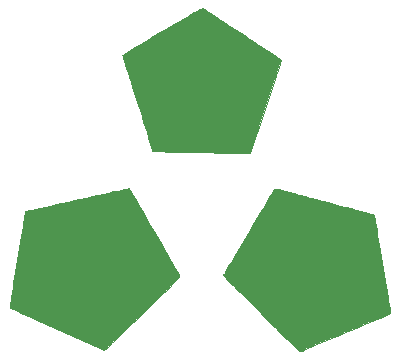
<source format=gbr>
G04 #@! TF.GenerationSoftware,KiCad,Pcbnew,5.1.2*
G04 #@! TF.CreationDate,2019-07-05T19:56:43-05:00*
G04 #@! TF.ProjectId,ZoraSapphire,5a6f7261-5361-4707-9068-6972652e6b69,rev?*
G04 #@! TF.SameCoordinates,Original*
G04 #@! TF.FileFunction,Soldermask,Top*
G04 #@! TF.FilePolarity,Negative*
%FSLAX46Y46*%
G04 Gerber Fmt 4.6, Leading zero omitted, Abs format (unit mm)*
G04 Created by KiCad (PCBNEW 5.1.2) date 2019-07-05 19:56:43*
%MOMM*%
%LPD*%
G04 APERTURE LIST*
%ADD10C,0.010000*%
G04 APERTURE END LIST*
D10*
G36*
X158126578Y-95205091D02*
G01*
X158243771Y-95233671D01*
X158429540Y-95280643D01*
X158677280Y-95344258D01*
X158980386Y-95422767D01*
X159332251Y-95514420D01*
X159726272Y-95617466D01*
X160155841Y-95730156D01*
X160614354Y-95850740D01*
X161095206Y-95977469D01*
X161591790Y-96108592D01*
X162097502Y-96242360D01*
X162605736Y-96377023D01*
X163109886Y-96510832D01*
X163603347Y-96642035D01*
X164079514Y-96768884D01*
X164531781Y-96889629D01*
X164953543Y-97002519D01*
X165338194Y-97105806D01*
X165679129Y-97197739D01*
X165969742Y-97276569D01*
X166203428Y-97340545D01*
X166373582Y-97387918D01*
X166473598Y-97416938D01*
X166498553Y-97425552D01*
X166509399Y-97469953D01*
X166532585Y-97590930D01*
X166566978Y-97781626D01*
X166611448Y-98035186D01*
X166664863Y-98344754D01*
X166726090Y-98703473D01*
X166793998Y-99104488D01*
X166867455Y-99540944D01*
X166945330Y-100005983D01*
X167026490Y-100492751D01*
X167109804Y-100994392D01*
X167194141Y-101504049D01*
X167278367Y-102014867D01*
X167361353Y-102519989D01*
X167441965Y-103012561D01*
X167519073Y-103485725D01*
X167591544Y-103932627D01*
X167658246Y-104346410D01*
X167718048Y-104720219D01*
X167769819Y-105047197D01*
X167812425Y-105320489D01*
X167844736Y-105533238D01*
X167865620Y-105678590D01*
X167873945Y-105749688D01*
X167873693Y-105755751D01*
X167832060Y-105775305D01*
X167718848Y-105824777D01*
X167540517Y-105901451D01*
X167303530Y-106002609D01*
X167014347Y-106125535D01*
X166679430Y-106267513D01*
X166305239Y-106425826D01*
X165898236Y-106597757D01*
X165464881Y-106780590D01*
X165011637Y-106971609D01*
X164544964Y-107168097D01*
X164071324Y-107367337D01*
X163597177Y-107566613D01*
X163128984Y-107763208D01*
X162673208Y-107954406D01*
X162236308Y-108137491D01*
X161824747Y-108309745D01*
X161444985Y-108468452D01*
X161103483Y-108610895D01*
X160806703Y-108734359D01*
X160561105Y-108836126D01*
X160373152Y-108913480D01*
X160249303Y-108963705D01*
X160196021Y-108984083D01*
X160194522Y-108984398D01*
X160160788Y-108954864D01*
X160070973Y-108869456D01*
X159928998Y-108732034D01*
X159738785Y-108546459D01*
X159504254Y-108316590D01*
X159229328Y-108046289D01*
X158917927Y-107739415D01*
X158573972Y-107399829D01*
X158201385Y-107031391D01*
X157804087Y-106637961D01*
X157385999Y-106223399D01*
X156951043Y-105791566D01*
X156930763Y-105771419D01*
X156417832Y-105261664D01*
X155961860Y-104808088D01*
X155559607Y-104407333D01*
X155207831Y-104056044D01*
X154903291Y-103750865D01*
X154642746Y-103488441D01*
X154422955Y-103265415D01*
X154240677Y-103078431D01*
X154092670Y-102924133D01*
X153975693Y-102799166D01*
X153886505Y-102700173D01*
X153821865Y-102623799D01*
X153778532Y-102566687D01*
X153753264Y-102525482D01*
X153742820Y-102496828D01*
X153743960Y-102477368D01*
X153745669Y-102473556D01*
X153774261Y-102424180D01*
X153842146Y-102309027D01*
X153945769Y-102134058D01*
X154081576Y-101905235D01*
X154246013Y-101628519D01*
X154435526Y-101309870D01*
X154646560Y-100955249D01*
X154875562Y-100570618D01*
X155118975Y-100161937D01*
X155373248Y-99735168D01*
X155634825Y-99296271D01*
X155900151Y-98851207D01*
X156165674Y-98405938D01*
X156427837Y-97966424D01*
X156683088Y-97538627D01*
X156927872Y-97128507D01*
X157158634Y-96742025D01*
X157371821Y-96385142D01*
X157563877Y-96063820D01*
X157731249Y-95784020D01*
X157870383Y-95551701D01*
X157977724Y-95372826D01*
X158049717Y-95253356D01*
X158082810Y-95199250D01*
X158084567Y-95196655D01*
X158126578Y-95205091D01*
X158126578Y-95205091D01*
G37*
X158126578Y-95205091D02*
X158243771Y-95233671D01*
X158429540Y-95280643D01*
X158677280Y-95344258D01*
X158980386Y-95422767D01*
X159332251Y-95514420D01*
X159726272Y-95617466D01*
X160155841Y-95730156D01*
X160614354Y-95850740D01*
X161095206Y-95977469D01*
X161591790Y-96108592D01*
X162097502Y-96242360D01*
X162605736Y-96377023D01*
X163109886Y-96510832D01*
X163603347Y-96642035D01*
X164079514Y-96768884D01*
X164531781Y-96889629D01*
X164953543Y-97002519D01*
X165338194Y-97105806D01*
X165679129Y-97197739D01*
X165969742Y-97276569D01*
X166203428Y-97340545D01*
X166373582Y-97387918D01*
X166473598Y-97416938D01*
X166498553Y-97425552D01*
X166509399Y-97469953D01*
X166532585Y-97590930D01*
X166566978Y-97781626D01*
X166611448Y-98035186D01*
X166664863Y-98344754D01*
X166726090Y-98703473D01*
X166793998Y-99104488D01*
X166867455Y-99540944D01*
X166945330Y-100005983D01*
X167026490Y-100492751D01*
X167109804Y-100994392D01*
X167194141Y-101504049D01*
X167278367Y-102014867D01*
X167361353Y-102519989D01*
X167441965Y-103012561D01*
X167519073Y-103485725D01*
X167591544Y-103932627D01*
X167658246Y-104346410D01*
X167718048Y-104720219D01*
X167769819Y-105047197D01*
X167812425Y-105320489D01*
X167844736Y-105533238D01*
X167865620Y-105678590D01*
X167873945Y-105749688D01*
X167873693Y-105755751D01*
X167832060Y-105775305D01*
X167718848Y-105824777D01*
X167540517Y-105901451D01*
X167303530Y-106002609D01*
X167014347Y-106125535D01*
X166679430Y-106267513D01*
X166305239Y-106425826D01*
X165898236Y-106597757D01*
X165464881Y-106780590D01*
X165011637Y-106971609D01*
X164544964Y-107168097D01*
X164071324Y-107367337D01*
X163597177Y-107566613D01*
X163128984Y-107763208D01*
X162673208Y-107954406D01*
X162236308Y-108137491D01*
X161824747Y-108309745D01*
X161444985Y-108468452D01*
X161103483Y-108610895D01*
X160806703Y-108734359D01*
X160561105Y-108836126D01*
X160373152Y-108913480D01*
X160249303Y-108963705D01*
X160196021Y-108984083D01*
X160194522Y-108984398D01*
X160160788Y-108954864D01*
X160070973Y-108869456D01*
X159928998Y-108732034D01*
X159738785Y-108546459D01*
X159504254Y-108316590D01*
X159229328Y-108046289D01*
X158917927Y-107739415D01*
X158573972Y-107399829D01*
X158201385Y-107031391D01*
X157804087Y-106637961D01*
X157385999Y-106223399D01*
X156951043Y-105791566D01*
X156930763Y-105771419D01*
X156417832Y-105261664D01*
X155961860Y-104808088D01*
X155559607Y-104407333D01*
X155207831Y-104056044D01*
X154903291Y-103750865D01*
X154642746Y-103488441D01*
X154422955Y-103265415D01*
X154240677Y-103078431D01*
X154092670Y-102924133D01*
X153975693Y-102799166D01*
X153886505Y-102700173D01*
X153821865Y-102623799D01*
X153778532Y-102566687D01*
X153753264Y-102525482D01*
X153742820Y-102496828D01*
X153743960Y-102477368D01*
X153745669Y-102473556D01*
X153774261Y-102424180D01*
X153842146Y-102309027D01*
X153945769Y-102134058D01*
X154081576Y-101905235D01*
X154246013Y-101628519D01*
X154435526Y-101309870D01*
X154646560Y-100955249D01*
X154875562Y-100570618D01*
X155118975Y-100161937D01*
X155373248Y-99735168D01*
X155634825Y-99296271D01*
X155900151Y-98851207D01*
X156165674Y-98405938D01*
X156427837Y-97966424D01*
X156683088Y-97538627D01*
X156927872Y-97128507D01*
X157158634Y-96742025D01*
X157371821Y-96385142D01*
X157563877Y-96063820D01*
X157731249Y-95784020D01*
X157870383Y-95551701D01*
X157977724Y-95372826D01*
X158049717Y-95253356D01*
X158082810Y-95199250D01*
X158084567Y-95196655D01*
X158126578Y-95205091D01*
G36*
X145750214Y-95172048D02*
G01*
X145774338Y-95211460D01*
X145837166Y-95318292D01*
X145935241Y-95486543D01*
X146065105Y-95710209D01*
X146223303Y-95983287D01*
X146406377Y-96299777D01*
X146610870Y-96653673D01*
X146833326Y-97038976D01*
X147070287Y-97449680D01*
X147318298Y-97879786D01*
X147573900Y-98323288D01*
X147833637Y-98774186D01*
X148094053Y-99226477D01*
X148351690Y-99674157D01*
X148603091Y-100111226D01*
X148844800Y-100531679D01*
X149073361Y-100929514D01*
X149285315Y-101298730D01*
X149477206Y-101633323D01*
X149645577Y-101927291D01*
X149786972Y-102174631D01*
X149897933Y-102369341D01*
X149975004Y-102505419D01*
X150014728Y-102576861D01*
X150015840Y-102578945D01*
X150020674Y-102597509D01*
X150015520Y-102623009D01*
X149996846Y-102659058D01*
X149961115Y-102709265D01*
X149904795Y-102777242D01*
X149824352Y-102866599D01*
X149716250Y-102980949D01*
X149576956Y-103123900D01*
X149402936Y-103299066D01*
X149190656Y-103510056D01*
X148936580Y-103760481D01*
X148637176Y-104053952D01*
X148288909Y-104394081D01*
X147888245Y-104784478D01*
X147431650Y-105228755D01*
X147239168Y-105415934D01*
X146820591Y-105822882D01*
X146412475Y-106219557D01*
X146019823Y-106601103D01*
X145647638Y-106962663D01*
X145300922Y-107299382D01*
X144984677Y-107606402D01*
X144703907Y-107878867D01*
X144463612Y-108111920D01*
X144268797Y-108300704D01*
X144124464Y-108440364D01*
X144035615Y-108526043D01*
X144033249Y-108528313D01*
X143651998Y-108894150D01*
X139651749Y-107094648D01*
X139102896Y-106847716D01*
X138576156Y-106610669D01*
X138076620Y-106385803D01*
X137609379Y-106175412D01*
X137179523Y-105981791D01*
X136792145Y-105807233D01*
X136452334Y-105654034D01*
X136165182Y-105524488D01*
X135935780Y-105420889D01*
X135769220Y-105345532D01*
X135670591Y-105300712D01*
X135643973Y-105288351D01*
X135649176Y-105246414D01*
X135666951Y-105127846D01*
X135696175Y-104939569D01*
X135735725Y-104688503D01*
X135784477Y-104381569D01*
X135841309Y-104025689D01*
X135905099Y-103627784D01*
X135974722Y-103194775D01*
X136049056Y-102733583D01*
X136126978Y-102251129D01*
X136207366Y-101754335D01*
X136289096Y-101250120D01*
X136371045Y-100745407D01*
X136452090Y-100247117D01*
X136531109Y-99762170D01*
X136606978Y-99297488D01*
X136678575Y-98859991D01*
X136744776Y-98456602D01*
X136804459Y-98094240D01*
X136856501Y-97779828D01*
X136899778Y-97520286D01*
X136933169Y-97322535D01*
X136955549Y-97193496D01*
X136965796Y-97140091D01*
X136966186Y-97139056D01*
X137011377Y-97124809D01*
X137132418Y-97093919D01*
X137322745Y-97047857D01*
X137575790Y-96988092D01*
X137884988Y-96916094D01*
X138243773Y-96833335D01*
X138645578Y-96741285D01*
X139083838Y-96641413D01*
X139551986Y-96535191D01*
X140043456Y-96424089D01*
X140551682Y-96309576D01*
X141070097Y-96193124D01*
X141592136Y-96076203D01*
X142111232Y-95960282D01*
X142620820Y-95846834D01*
X143114333Y-95737327D01*
X143585204Y-95633232D01*
X144026869Y-95536020D01*
X144432760Y-95447160D01*
X144796312Y-95368124D01*
X145110958Y-95300382D01*
X145370132Y-95245403D01*
X145567268Y-95204659D01*
X145695800Y-95179620D01*
X145749162Y-95171756D01*
X145750214Y-95172048D01*
X145750214Y-95172048D01*
G37*
X145750214Y-95172048D02*
X145774338Y-95211460D01*
X145837166Y-95318292D01*
X145935241Y-95486543D01*
X146065105Y-95710209D01*
X146223303Y-95983287D01*
X146406377Y-96299777D01*
X146610870Y-96653673D01*
X146833326Y-97038976D01*
X147070287Y-97449680D01*
X147318298Y-97879786D01*
X147573900Y-98323288D01*
X147833637Y-98774186D01*
X148094053Y-99226477D01*
X148351690Y-99674157D01*
X148603091Y-100111226D01*
X148844800Y-100531679D01*
X149073361Y-100929514D01*
X149285315Y-101298730D01*
X149477206Y-101633323D01*
X149645577Y-101927291D01*
X149786972Y-102174631D01*
X149897933Y-102369341D01*
X149975004Y-102505419D01*
X150014728Y-102576861D01*
X150015840Y-102578945D01*
X150020674Y-102597509D01*
X150015520Y-102623009D01*
X149996846Y-102659058D01*
X149961115Y-102709265D01*
X149904795Y-102777242D01*
X149824352Y-102866599D01*
X149716250Y-102980949D01*
X149576956Y-103123900D01*
X149402936Y-103299066D01*
X149190656Y-103510056D01*
X148936580Y-103760481D01*
X148637176Y-104053952D01*
X148288909Y-104394081D01*
X147888245Y-104784478D01*
X147431650Y-105228755D01*
X147239168Y-105415934D01*
X146820591Y-105822882D01*
X146412475Y-106219557D01*
X146019823Y-106601103D01*
X145647638Y-106962663D01*
X145300922Y-107299382D01*
X144984677Y-107606402D01*
X144703907Y-107878867D01*
X144463612Y-108111920D01*
X144268797Y-108300704D01*
X144124464Y-108440364D01*
X144035615Y-108526043D01*
X144033249Y-108528313D01*
X143651998Y-108894150D01*
X139651749Y-107094648D01*
X139102896Y-106847716D01*
X138576156Y-106610669D01*
X138076620Y-106385803D01*
X137609379Y-106175412D01*
X137179523Y-105981791D01*
X136792145Y-105807233D01*
X136452334Y-105654034D01*
X136165182Y-105524488D01*
X135935780Y-105420889D01*
X135769220Y-105345532D01*
X135670591Y-105300712D01*
X135643973Y-105288351D01*
X135649176Y-105246414D01*
X135666951Y-105127846D01*
X135696175Y-104939569D01*
X135735725Y-104688503D01*
X135784477Y-104381569D01*
X135841309Y-104025689D01*
X135905099Y-103627784D01*
X135974722Y-103194775D01*
X136049056Y-102733583D01*
X136126978Y-102251129D01*
X136207366Y-101754335D01*
X136289096Y-101250120D01*
X136371045Y-100745407D01*
X136452090Y-100247117D01*
X136531109Y-99762170D01*
X136606978Y-99297488D01*
X136678575Y-98859991D01*
X136744776Y-98456602D01*
X136804459Y-98094240D01*
X136856501Y-97779828D01*
X136899778Y-97520286D01*
X136933169Y-97322535D01*
X136955549Y-97193496D01*
X136965796Y-97140091D01*
X136966186Y-97139056D01*
X137011377Y-97124809D01*
X137132418Y-97093919D01*
X137322745Y-97047857D01*
X137575790Y-96988092D01*
X137884988Y-96916094D01*
X138243773Y-96833335D01*
X138645578Y-96741285D01*
X139083838Y-96641413D01*
X139551986Y-96535191D01*
X140043456Y-96424089D01*
X140551682Y-96309576D01*
X141070097Y-96193124D01*
X141592136Y-96076203D01*
X142111232Y-95960282D01*
X142620820Y-95846834D01*
X143114333Y-95737327D01*
X143585204Y-95633232D01*
X144026869Y-95536020D01*
X144432760Y-95447160D01*
X144796312Y-95368124D01*
X145110958Y-95300382D01*
X145370132Y-95245403D01*
X145567268Y-95204659D01*
X145695800Y-95179620D01*
X145749162Y-95171756D01*
X145750214Y-95172048D01*
G36*
X151990469Y-79950276D02*
G01*
X152097496Y-80015924D01*
X152263120Y-80120362D01*
X152481318Y-80259647D01*
X152746067Y-80429838D01*
X153051347Y-80626993D01*
X153391134Y-80847171D01*
X153759407Y-81086428D01*
X154150144Y-81340823D01*
X154557323Y-81606415D01*
X154974922Y-81879262D01*
X155396918Y-82155420D01*
X155817290Y-82430950D01*
X156230015Y-82701908D01*
X156629072Y-82964352D01*
X157008439Y-83214342D01*
X157362092Y-83447935D01*
X157684012Y-83661189D01*
X157968174Y-83850161D01*
X158208558Y-84010912D01*
X158399141Y-84139497D01*
X158533902Y-84231976D01*
X158606817Y-84284406D01*
X158616259Y-84292227D01*
X158606004Y-84334190D01*
X158570661Y-84450978D01*
X158512013Y-84637127D01*
X158431844Y-84887173D01*
X158331940Y-85195652D01*
X158214083Y-85557101D01*
X158080059Y-85966055D01*
X157931650Y-86417051D01*
X157770641Y-86904624D01*
X157598816Y-87423311D01*
X157417960Y-87967648D01*
X157325349Y-88245787D01*
X156014345Y-92180333D01*
X154976923Y-92173826D01*
X154757032Y-92171834D01*
X154462444Y-92168216D01*
X154103107Y-92163139D01*
X153688971Y-92156766D01*
X153229987Y-92149263D01*
X152736102Y-92140794D01*
X152217269Y-92131525D01*
X151683435Y-92121621D01*
X151144550Y-92111245D01*
X150849167Y-92105389D01*
X150345808Y-92095205D01*
X149867686Y-92085342D01*
X149421458Y-92075949D01*
X149013781Y-92067175D01*
X148651311Y-92059171D01*
X148340706Y-92052084D01*
X148088623Y-92046063D01*
X147901718Y-92041259D01*
X147786650Y-92037819D01*
X147749946Y-92035982D01*
X147735741Y-91995039D01*
X147698380Y-91879865D01*
X147639929Y-91697052D01*
X147562454Y-91453192D01*
X147468023Y-91154875D01*
X147358701Y-90808694D01*
X147236556Y-90421240D01*
X147103654Y-89999105D01*
X146962062Y-89548880D01*
X146813846Y-89077157D01*
X146661073Y-88590527D01*
X146505809Y-88095582D01*
X146350122Y-87598913D01*
X146196077Y-87107112D01*
X146045742Y-86626771D01*
X145901182Y-86164481D01*
X145764465Y-85726833D01*
X145637658Y-85320420D01*
X145522826Y-84951833D01*
X145422036Y-84627662D01*
X145337356Y-84354501D01*
X145270851Y-84138940D01*
X145224588Y-83987571D01*
X145200634Y-83906986D01*
X145197666Y-83895350D01*
X145233263Y-83867248D01*
X145335896Y-83800384D01*
X145499334Y-83698419D01*
X145717346Y-83565018D01*
X145983698Y-83403844D01*
X146292159Y-83218561D01*
X146636495Y-83012831D01*
X147010476Y-82790318D01*
X147407869Y-82554686D01*
X147822441Y-82309598D01*
X148247961Y-82058717D01*
X148678196Y-81805706D01*
X149106914Y-81554230D01*
X149527882Y-81307952D01*
X149934870Y-81070534D01*
X150321643Y-80845641D01*
X150681971Y-80636935D01*
X151009621Y-80448081D01*
X151298360Y-80282741D01*
X151541957Y-80144578D01*
X151734179Y-80037258D01*
X151868794Y-79964441D01*
X151939570Y-79929793D01*
X151948059Y-79927360D01*
X151990469Y-79950276D01*
X151990469Y-79950276D01*
G37*
X151990469Y-79950276D02*
X152097496Y-80015924D01*
X152263120Y-80120362D01*
X152481318Y-80259647D01*
X152746067Y-80429838D01*
X153051347Y-80626993D01*
X153391134Y-80847171D01*
X153759407Y-81086428D01*
X154150144Y-81340823D01*
X154557323Y-81606415D01*
X154974922Y-81879262D01*
X155396918Y-82155420D01*
X155817290Y-82430950D01*
X156230015Y-82701908D01*
X156629072Y-82964352D01*
X157008439Y-83214342D01*
X157362092Y-83447935D01*
X157684012Y-83661189D01*
X157968174Y-83850161D01*
X158208558Y-84010912D01*
X158399141Y-84139497D01*
X158533902Y-84231976D01*
X158606817Y-84284406D01*
X158616259Y-84292227D01*
X158606004Y-84334190D01*
X158570661Y-84450978D01*
X158512013Y-84637127D01*
X158431844Y-84887173D01*
X158331940Y-85195652D01*
X158214083Y-85557101D01*
X158080059Y-85966055D01*
X157931650Y-86417051D01*
X157770641Y-86904624D01*
X157598816Y-87423311D01*
X157417960Y-87967648D01*
X157325349Y-88245787D01*
X156014345Y-92180333D01*
X154976923Y-92173826D01*
X154757032Y-92171834D01*
X154462444Y-92168216D01*
X154103107Y-92163139D01*
X153688971Y-92156766D01*
X153229987Y-92149263D01*
X152736102Y-92140794D01*
X152217269Y-92131525D01*
X151683435Y-92121621D01*
X151144550Y-92111245D01*
X150849167Y-92105389D01*
X150345808Y-92095205D01*
X149867686Y-92085342D01*
X149421458Y-92075949D01*
X149013781Y-92067175D01*
X148651311Y-92059171D01*
X148340706Y-92052084D01*
X148088623Y-92046063D01*
X147901718Y-92041259D01*
X147786650Y-92037819D01*
X147749946Y-92035982D01*
X147735741Y-91995039D01*
X147698380Y-91879865D01*
X147639929Y-91697052D01*
X147562454Y-91453192D01*
X147468023Y-91154875D01*
X147358701Y-90808694D01*
X147236556Y-90421240D01*
X147103654Y-89999105D01*
X146962062Y-89548880D01*
X146813846Y-89077157D01*
X146661073Y-88590527D01*
X146505809Y-88095582D01*
X146350122Y-87598913D01*
X146196077Y-87107112D01*
X146045742Y-86626771D01*
X145901182Y-86164481D01*
X145764465Y-85726833D01*
X145637658Y-85320420D01*
X145522826Y-84951833D01*
X145422036Y-84627662D01*
X145337356Y-84354501D01*
X145270851Y-84138940D01*
X145224588Y-83987571D01*
X145200634Y-83906986D01*
X145197666Y-83895350D01*
X145233263Y-83867248D01*
X145335896Y-83800384D01*
X145499334Y-83698419D01*
X145717346Y-83565018D01*
X145983698Y-83403844D01*
X146292159Y-83218561D01*
X146636495Y-83012831D01*
X147010476Y-82790318D01*
X147407869Y-82554686D01*
X147822441Y-82309598D01*
X148247961Y-82058717D01*
X148678196Y-81805706D01*
X149106914Y-81554230D01*
X149527882Y-81307952D01*
X149934870Y-81070534D01*
X150321643Y-80845641D01*
X150681971Y-80636935D01*
X151009621Y-80448081D01*
X151298360Y-80282741D01*
X151541957Y-80144578D01*
X151734179Y-80037258D01*
X151868794Y-79964441D01*
X151939570Y-79929793D01*
X151948059Y-79927360D01*
X151990469Y-79950276D01*
M02*

</source>
